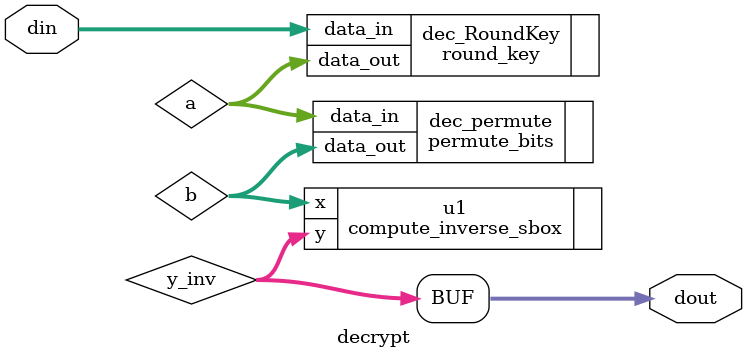
<source format=sv>
module decrypt(
  input  logic [7:0] din,
  output logic [7:0] dout
);

  wire [7:0] a,b,y_inv;

  round_key dec_RoundKey(.data_in(din), .data_out(a));

  permute_bits dec_permute(.data_in(a), .data_out(b));

  compute_inverse_sbox u1(.x(b), .y(y_inv));

  assign dout = y_inv;
endmodule
</source>
